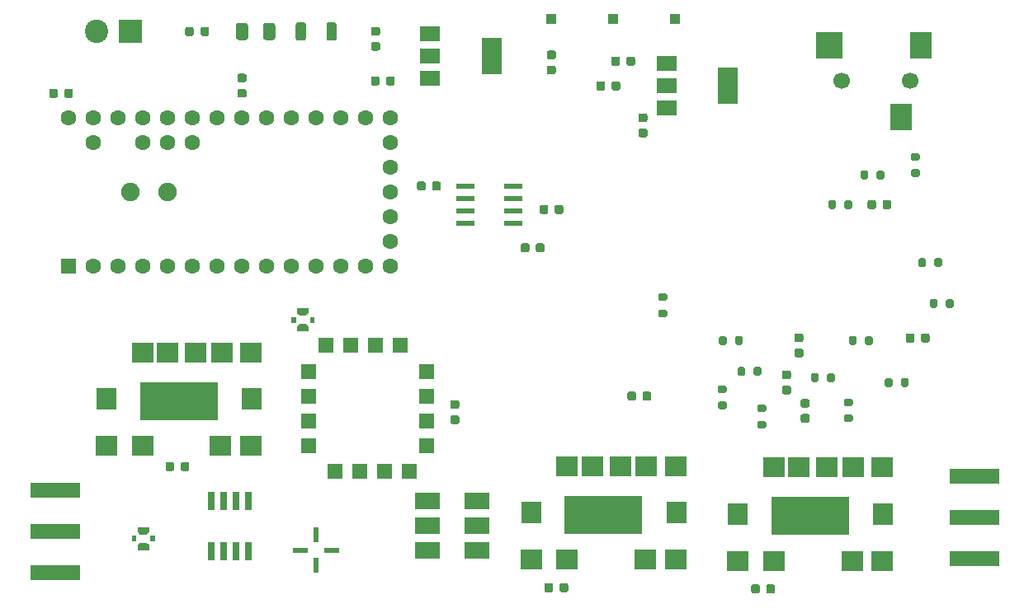
<source format=gbr>
%TF.GenerationSoftware,KiCad,Pcbnew,(5.1.10)-1*%
%TF.CreationDate,2021-08-25T15:37:08-07:00*%
%TF.ProjectId,fmcw,666d6377-2e6b-4696-9361-645f70636258,rev?*%
%TF.SameCoordinates,Original*%
%TF.FileFunction,Soldermask,Top*%
%TF.FilePolarity,Negative*%
%FSLAX46Y46*%
G04 Gerber Fmt 4.6, Leading zero omitted, Abs format (unit mm)*
G04 Created by KiCad (PCBNEW (5.1.10)-1) date 2021-08-25 15:37:08*
%MOMM*%
%LPD*%
G01*
G04 APERTURE LIST*
%ADD10C,0.010000*%
%ADD11R,0.700000X1.850000*%
%ADD12R,2.540000X1.651000*%
%ADD13R,1.520000X1.520000*%
%ADD14R,1.524000X1.524000*%
%ADD15R,8.000000X4.000000*%
%ADD16R,2.000000X2.200000*%
%ADD17R,2.200000X2.000000*%
%ADD18R,5.080000X1.500000*%
%ADD19R,1.000000X1.000000*%
%ADD20R,2.400000X2.400000*%
%ADD21C,2.400000*%
%ADD22R,2.200000X2.800000*%
%ADD23R,2.800000X2.800000*%
%ADD24C,1.700000*%
%ADD25R,2.000000X1.500000*%
%ADD26R,2.000000X3.800000*%
%ADD27C,1.600000*%
%ADD28R,1.600000X1.600000*%
%ADD29C,1.900000*%
%ADD30R,1.900000X0.600000*%
%ADD31R,0.610000X1.550000*%
%ADD32R,1.550000X0.610000*%
G04 APERTURE END LIST*
D10*
%TO.C,TP5*%
G36*
X87510000Y-138180000D02*
G01*
X87510000Y-138680000D01*
X87110000Y-138680000D01*
X87110000Y-138180000D01*
X87510000Y-138180000D01*
G37*
X87510000Y-138180000D02*
X87510000Y-138680000D01*
X87110000Y-138680000D01*
X87110000Y-138180000D01*
X87510000Y-138180000D01*
G36*
X85610000Y-138180000D02*
G01*
X85610000Y-138680000D01*
X85210000Y-138680000D01*
X85210000Y-138180000D01*
X85610000Y-138180000D01*
G37*
X85610000Y-138180000D02*
X85610000Y-138680000D01*
X85210000Y-138680000D01*
X85210000Y-138180000D01*
X85610000Y-138180000D01*
G36*
X85810000Y-139580000D02*
G01*
X86910000Y-139580000D01*
X86910000Y-139110000D01*
X86680000Y-138880000D01*
X86040000Y-138880000D01*
X85810000Y-139110000D01*
X85810000Y-139580000D01*
G37*
X85810000Y-139580000D02*
X86910000Y-139580000D01*
X86910000Y-139110000D01*
X86680000Y-138880000D01*
X86040000Y-138880000D01*
X85810000Y-139110000D01*
X85810000Y-139580000D01*
G36*
X86910000Y-137280000D02*
G01*
X85810000Y-137280000D01*
X85810000Y-137750000D01*
X86040000Y-137980000D01*
X86680000Y-137980000D01*
X86910000Y-137750000D01*
X86910000Y-137280000D01*
G37*
X86910000Y-137280000D02*
X85810000Y-137280000D01*
X85810000Y-137750000D01*
X86040000Y-137980000D01*
X86680000Y-137980000D01*
X86910000Y-137750000D01*
X86910000Y-137280000D01*
%TO.C,TP4*%
G36*
X101593000Y-116201000D02*
G01*
X101593000Y-115701000D01*
X101993000Y-115701000D01*
X101993000Y-116201000D01*
X101593000Y-116201000D01*
G37*
X101593000Y-116201000D02*
X101593000Y-115701000D01*
X101993000Y-115701000D01*
X101993000Y-116201000D01*
X101593000Y-116201000D01*
G36*
X103493000Y-116201000D02*
G01*
X103493000Y-115701000D01*
X103893000Y-115701000D01*
X103893000Y-116201000D01*
X103493000Y-116201000D01*
G37*
X103493000Y-116201000D02*
X103493000Y-115701000D01*
X103893000Y-115701000D01*
X103893000Y-116201000D01*
X103493000Y-116201000D01*
G36*
X103293000Y-114801000D02*
G01*
X102193000Y-114801000D01*
X102193000Y-115271000D01*
X102423000Y-115501000D01*
X103063000Y-115501000D01*
X103293000Y-115271000D01*
X103293000Y-114801000D01*
G37*
X103293000Y-114801000D02*
X102193000Y-114801000D01*
X102193000Y-115271000D01*
X102423000Y-115501000D01*
X103063000Y-115501000D01*
X103293000Y-115271000D01*
X103293000Y-114801000D01*
G36*
X102193000Y-117101000D02*
G01*
X103293000Y-117101000D01*
X103293000Y-116631000D01*
X103063000Y-116401000D01*
X102423000Y-116401000D01*
X102193000Y-116631000D01*
X102193000Y-117101000D01*
G37*
X102193000Y-117101000D02*
X103293000Y-117101000D01*
X103293000Y-116631000D01*
X103063000Y-116401000D01*
X102423000Y-116401000D01*
X102193000Y-116631000D01*
X102193000Y-117101000D01*
%TD*%
D11*
%TO.C,IC1*%
X97155000Y-139760000D03*
X95885000Y-139760000D03*
X94615000Y-139760000D03*
X93345000Y-139760000D03*
X93345000Y-134560000D03*
X94615000Y-134560000D03*
X95885000Y-134560000D03*
X97155000Y-134560000D03*
%TD*%
D12*
%TO.C,MX1*%
X115570000Y-139700000D03*
X115570000Y-137160000D03*
X115570000Y-134620000D03*
X120650000Y-134620000D03*
X120650000Y-137160000D03*
X120650000Y-139700000D03*
%TD*%
D13*
%TO.C,X1*%
X112775000Y-118615000D03*
X107695000Y-118615000D03*
X105155000Y-118615000D03*
X103375000Y-121285000D03*
X103375000Y-123825000D03*
X103375000Y-126365000D03*
D14*
X103375000Y-128905000D03*
D13*
X106045000Y-131575000D03*
X108585000Y-131575000D03*
X111125000Y-131575000D03*
X113665000Y-131575000D03*
D14*
X115455000Y-128905000D03*
D13*
X115455000Y-126365000D03*
X115445000Y-123825000D03*
X115445000Y-121285000D03*
X110235000Y-118615000D03*
%TD*%
D15*
%TO.C,U9*%
X90043000Y-124333000D03*
D16*
X97521920Y-124129280D03*
D17*
X97443000Y-128929280D03*
X94343000Y-128929280D03*
X86343000Y-128929280D03*
X82643000Y-128929280D03*
D16*
X82643000Y-124133000D03*
D17*
X86343000Y-119333000D03*
X88893000Y-119333000D03*
X91793000Y-119333000D03*
X94443000Y-119333000D03*
X97443000Y-119333000D03*
%TD*%
D15*
%TO.C,U7*%
X133604000Y-136017000D03*
D16*
X141082920Y-135813280D03*
D17*
X141004000Y-140613280D03*
X137904000Y-140613280D03*
X129904000Y-140613280D03*
X126204000Y-140613280D03*
D16*
X126204000Y-135817000D03*
D17*
X129904000Y-131017000D03*
X132454000Y-131017000D03*
X135354000Y-131017000D03*
X138004000Y-131017000D03*
X141004000Y-131017000D03*
%TD*%
D15*
%TO.C,U8*%
X154822000Y-136144000D03*
D16*
X162300920Y-135940280D03*
D17*
X162222000Y-140740280D03*
X159122000Y-140740280D03*
X151122000Y-140740280D03*
X147422000Y-140740280D03*
D16*
X147422000Y-135944000D03*
D17*
X151122000Y-131144000D03*
X153672000Y-131144000D03*
X156572000Y-131144000D03*
X159222000Y-131144000D03*
X162222000Y-131144000D03*
%TD*%
D18*
%TO.C,J4*%
X77343000Y-133486000D03*
X77343000Y-141986000D03*
X77343000Y-137736000D03*
%TD*%
%TO.C,FB1*%
G36*
G01*
X103090000Y-85659999D02*
X103090000Y-87060001D01*
G75*
G02*
X102840001Y-87310000I-249999J0D01*
G01*
X102289999Y-87310000D01*
G75*
G02*
X102040000Y-87060001I0J249999D01*
G01*
X102040000Y-85659999D01*
G75*
G02*
X102289999Y-85410000I249999J0D01*
G01*
X102840001Y-85410000D01*
G75*
G02*
X103090000Y-85659999I0J-249999D01*
G01*
G37*
G36*
G01*
X106240000Y-85659999D02*
X106240000Y-87060001D01*
G75*
G02*
X105990001Y-87310000I-249999J0D01*
G01*
X105439999Y-87310000D01*
G75*
G02*
X105190000Y-87060001I0J249999D01*
G01*
X105190000Y-85659999D01*
G75*
G02*
X105439999Y-85410000I249999J0D01*
G01*
X105990001Y-85410000D01*
G75*
G02*
X106240000Y-85659999I0J-249999D01*
G01*
G37*
%TD*%
%TO.C,C20*%
G36*
G01*
X162250000Y-104390000D02*
X162250000Y-103890000D01*
G75*
G02*
X162475000Y-103665000I225000J0D01*
G01*
X162925000Y-103665000D01*
G75*
G02*
X163150000Y-103890000I0J-225000D01*
G01*
X163150000Y-104390000D01*
G75*
G02*
X162925000Y-104615000I-225000J0D01*
G01*
X162475000Y-104615000D01*
G75*
G02*
X162250000Y-104390000I0J225000D01*
G01*
G37*
G36*
G01*
X160700000Y-104390000D02*
X160700000Y-103890000D01*
G75*
G02*
X160925000Y-103665000I225000J0D01*
G01*
X161375000Y-103665000D01*
G75*
G02*
X161600000Y-103890000I0J-225000D01*
G01*
X161600000Y-104390000D01*
G75*
G02*
X161375000Y-104615000I-225000J0D01*
G01*
X160925000Y-104615000D01*
G75*
G02*
X160700000Y-104390000I0J225000D01*
G01*
G37*
%TD*%
%TO.C,C19*%
G36*
G01*
X153420000Y-118943000D02*
X153920000Y-118943000D01*
G75*
G02*
X154145000Y-119168000I0J-225000D01*
G01*
X154145000Y-119618000D01*
G75*
G02*
X153920000Y-119843000I-225000J0D01*
G01*
X153420000Y-119843000D01*
G75*
G02*
X153195000Y-119618000I0J225000D01*
G01*
X153195000Y-119168000D01*
G75*
G02*
X153420000Y-118943000I225000J0D01*
G01*
G37*
G36*
G01*
X153420000Y-117393000D02*
X153920000Y-117393000D01*
G75*
G02*
X154145000Y-117618000I0J-225000D01*
G01*
X154145000Y-118068000D01*
G75*
G02*
X153920000Y-118293000I-225000J0D01*
G01*
X153420000Y-118293000D01*
G75*
G02*
X153195000Y-118068000I0J225000D01*
G01*
X153195000Y-117618000D01*
G75*
G02*
X153420000Y-117393000I225000J0D01*
G01*
G37*
%TD*%
%TO.C,C18*%
G36*
G01*
X118614000Y-125151000D02*
X118114000Y-125151000D01*
G75*
G02*
X117889000Y-124926000I0J225000D01*
G01*
X117889000Y-124476000D01*
G75*
G02*
X118114000Y-124251000I225000J0D01*
G01*
X118614000Y-124251000D01*
G75*
G02*
X118839000Y-124476000I0J-225000D01*
G01*
X118839000Y-124926000D01*
G75*
G02*
X118614000Y-125151000I-225000J0D01*
G01*
G37*
G36*
G01*
X118614000Y-126701000D02*
X118114000Y-126701000D01*
G75*
G02*
X117889000Y-126476000I0J225000D01*
G01*
X117889000Y-126026000D01*
G75*
G02*
X118114000Y-125801000I225000J0D01*
G01*
X118614000Y-125801000D01*
G75*
G02*
X118839000Y-126026000I0J-225000D01*
G01*
X118839000Y-126476000D01*
G75*
G02*
X118614000Y-126701000I-225000J0D01*
G01*
G37*
%TD*%
%TO.C,C17*%
G36*
G01*
X115385000Y-101985000D02*
X115385000Y-102485000D01*
G75*
G02*
X115160000Y-102710000I-225000J0D01*
G01*
X114710000Y-102710000D01*
G75*
G02*
X114485000Y-102485000I0J225000D01*
G01*
X114485000Y-101985000D01*
G75*
G02*
X114710000Y-101760000I225000J0D01*
G01*
X115160000Y-101760000D01*
G75*
G02*
X115385000Y-101985000I0J-225000D01*
G01*
G37*
G36*
G01*
X116935000Y-101985000D02*
X116935000Y-102485000D01*
G75*
G02*
X116710000Y-102710000I-225000J0D01*
G01*
X116260000Y-102710000D01*
G75*
G02*
X116035000Y-102485000I0J225000D01*
G01*
X116035000Y-101985000D01*
G75*
G02*
X116260000Y-101760000I225000J0D01*
G01*
X116710000Y-101760000D01*
G75*
G02*
X116935000Y-101985000I0J-225000D01*
G01*
G37*
%TD*%
%TO.C,C16*%
G36*
G01*
X77640000Y-92460000D02*
X77640000Y-92960000D01*
G75*
G02*
X77415000Y-93185000I-225000J0D01*
G01*
X76965000Y-93185000D01*
G75*
G02*
X76740000Y-92960000I0J225000D01*
G01*
X76740000Y-92460000D01*
G75*
G02*
X76965000Y-92235000I225000J0D01*
G01*
X77415000Y-92235000D01*
G75*
G02*
X77640000Y-92460000I0J-225000D01*
G01*
G37*
G36*
G01*
X79190000Y-92460000D02*
X79190000Y-92960000D01*
G75*
G02*
X78965000Y-93185000I-225000J0D01*
G01*
X78515000Y-93185000D01*
G75*
G02*
X78290000Y-92960000I0J225000D01*
G01*
X78290000Y-92460000D01*
G75*
G02*
X78515000Y-92235000I225000J0D01*
G01*
X78965000Y-92235000D01*
G75*
G02*
X79190000Y-92460000I0J-225000D01*
G01*
G37*
%TD*%
%TO.C,C15*%
G36*
G01*
X135961000Y-89658000D02*
X135961000Y-89158000D01*
G75*
G02*
X136186000Y-88933000I225000J0D01*
G01*
X136636000Y-88933000D01*
G75*
G02*
X136861000Y-89158000I0J-225000D01*
G01*
X136861000Y-89658000D01*
G75*
G02*
X136636000Y-89883000I-225000J0D01*
G01*
X136186000Y-89883000D01*
G75*
G02*
X135961000Y-89658000I0J225000D01*
G01*
G37*
G36*
G01*
X134411000Y-89658000D02*
X134411000Y-89158000D01*
G75*
G02*
X134636000Y-88933000I225000J0D01*
G01*
X135086000Y-88933000D01*
G75*
G02*
X135311000Y-89158000I0J-225000D01*
G01*
X135311000Y-89658000D01*
G75*
G02*
X135086000Y-89883000I-225000J0D01*
G01*
X134636000Y-89883000D01*
G75*
G02*
X134411000Y-89658000I0J225000D01*
G01*
G37*
%TD*%
%TO.C,C14*%
G36*
G01*
X128020000Y-89860000D02*
X128520000Y-89860000D01*
G75*
G02*
X128745000Y-90085000I0J-225000D01*
G01*
X128745000Y-90535000D01*
G75*
G02*
X128520000Y-90760000I-225000J0D01*
G01*
X128020000Y-90760000D01*
G75*
G02*
X127795000Y-90535000I0J225000D01*
G01*
X127795000Y-90085000D01*
G75*
G02*
X128020000Y-89860000I225000J0D01*
G01*
G37*
G36*
G01*
X128020000Y-88310000D02*
X128520000Y-88310000D01*
G75*
G02*
X128745000Y-88535000I0J-225000D01*
G01*
X128745000Y-88985000D01*
G75*
G02*
X128520000Y-89210000I-225000J0D01*
G01*
X128020000Y-89210000D01*
G75*
G02*
X127795000Y-88985000I0J225000D01*
G01*
X127795000Y-88535000D01*
G75*
G02*
X128020000Y-88310000I225000J0D01*
G01*
G37*
%TD*%
D19*
%TO.C,TP3*%
X140970000Y-85090000D03*
%TD*%
%TO.C,TP2*%
X134620000Y-85090000D03*
%TD*%
%TO.C,TP1*%
X128270000Y-85090000D03*
%TD*%
%TO.C,C1*%
G36*
G01*
X137418000Y-94787000D02*
X137918000Y-94787000D01*
G75*
G02*
X138143000Y-95012000I0J-225000D01*
G01*
X138143000Y-95462000D01*
G75*
G02*
X137918000Y-95687000I-225000J0D01*
G01*
X137418000Y-95687000D01*
G75*
G02*
X137193000Y-95462000I0J225000D01*
G01*
X137193000Y-95012000D01*
G75*
G02*
X137418000Y-94787000I225000J0D01*
G01*
G37*
G36*
G01*
X137418000Y-96337000D02*
X137918000Y-96337000D01*
G75*
G02*
X138143000Y-96562000I0J-225000D01*
G01*
X138143000Y-97012000D01*
G75*
G02*
X137918000Y-97237000I-225000J0D01*
G01*
X137418000Y-97237000D01*
G75*
G02*
X137193000Y-97012000I0J225000D01*
G01*
X137193000Y-96562000D01*
G75*
G02*
X137418000Y-96337000I225000J0D01*
G01*
G37*
%TD*%
%TO.C,C2*%
G36*
G01*
X133787000Y-91698000D02*
X133787000Y-92198000D01*
G75*
G02*
X133562000Y-92423000I-225000J0D01*
G01*
X133112000Y-92423000D01*
G75*
G02*
X132887000Y-92198000I0J225000D01*
G01*
X132887000Y-91698000D01*
G75*
G02*
X133112000Y-91473000I225000J0D01*
G01*
X133562000Y-91473000D01*
G75*
G02*
X133787000Y-91698000I0J-225000D01*
G01*
G37*
G36*
G01*
X135337000Y-91698000D02*
X135337000Y-92198000D01*
G75*
G02*
X135112000Y-92423000I-225000J0D01*
G01*
X134662000Y-92423000D01*
G75*
G02*
X134437000Y-92198000I0J225000D01*
G01*
X134437000Y-91698000D01*
G75*
G02*
X134662000Y-91473000I225000J0D01*
G01*
X135112000Y-91473000D01*
G75*
G02*
X135337000Y-91698000I0J-225000D01*
G01*
G37*
%TD*%
%TO.C,C3*%
G36*
G01*
X109986000Y-85884000D02*
X110486000Y-85884000D01*
G75*
G02*
X110711000Y-86109000I0J-225000D01*
G01*
X110711000Y-86559000D01*
G75*
G02*
X110486000Y-86784000I-225000J0D01*
G01*
X109986000Y-86784000D01*
G75*
G02*
X109761000Y-86559000I0J225000D01*
G01*
X109761000Y-86109000D01*
G75*
G02*
X109986000Y-85884000I225000J0D01*
G01*
G37*
G36*
G01*
X109986000Y-87434000D02*
X110486000Y-87434000D01*
G75*
G02*
X110711000Y-87659000I0J-225000D01*
G01*
X110711000Y-88109000D01*
G75*
G02*
X110486000Y-88334000I-225000J0D01*
G01*
X109986000Y-88334000D01*
G75*
G02*
X109761000Y-88109000I0J225000D01*
G01*
X109761000Y-87659000D01*
G75*
G02*
X109986000Y-87434000I225000J0D01*
G01*
G37*
%TD*%
%TO.C,C4*%
G36*
G01*
X110660000Y-91190000D02*
X110660000Y-91690000D01*
G75*
G02*
X110435000Y-91915000I-225000J0D01*
G01*
X109985000Y-91915000D01*
G75*
G02*
X109760000Y-91690000I0J225000D01*
G01*
X109760000Y-91190000D01*
G75*
G02*
X109985000Y-90965000I225000J0D01*
G01*
X110435000Y-90965000D01*
G75*
G02*
X110660000Y-91190000I0J-225000D01*
G01*
G37*
G36*
G01*
X112210000Y-91190000D02*
X112210000Y-91690000D01*
G75*
G02*
X111985000Y-91915000I-225000J0D01*
G01*
X111535000Y-91915000D01*
G75*
G02*
X111310000Y-91690000I0J225000D01*
G01*
X111310000Y-91190000D01*
G75*
G02*
X111535000Y-90965000I225000J0D01*
G01*
X111985000Y-90965000D01*
G75*
G02*
X112210000Y-91190000I0J-225000D01*
G01*
G37*
%TD*%
%TO.C,C5*%
G36*
G01*
X127058000Y-104898000D02*
X127058000Y-104398000D01*
G75*
G02*
X127283000Y-104173000I225000J0D01*
G01*
X127733000Y-104173000D01*
G75*
G02*
X127958000Y-104398000I0J-225000D01*
G01*
X127958000Y-104898000D01*
G75*
G02*
X127733000Y-105123000I-225000J0D01*
G01*
X127283000Y-105123000D01*
G75*
G02*
X127058000Y-104898000I0J225000D01*
G01*
G37*
G36*
G01*
X128608000Y-104898000D02*
X128608000Y-104398000D01*
G75*
G02*
X128833000Y-104173000I225000J0D01*
G01*
X129283000Y-104173000D01*
G75*
G02*
X129508000Y-104398000I0J-225000D01*
G01*
X129508000Y-104898000D01*
G75*
G02*
X129283000Y-105123000I-225000J0D01*
G01*
X128833000Y-105123000D01*
G75*
G02*
X128608000Y-104898000I0J225000D01*
G01*
G37*
%TD*%
%TO.C,C6*%
G36*
G01*
X127553000Y-143760000D02*
X127553000Y-143260000D01*
G75*
G02*
X127778000Y-143035000I225000J0D01*
G01*
X128228000Y-143035000D01*
G75*
G02*
X128453000Y-143260000I0J-225000D01*
G01*
X128453000Y-143760000D01*
G75*
G02*
X128228000Y-143985000I-225000J0D01*
G01*
X127778000Y-143985000D01*
G75*
G02*
X127553000Y-143760000I0J225000D01*
G01*
G37*
G36*
G01*
X129103000Y-143760000D02*
X129103000Y-143260000D01*
G75*
G02*
X129328000Y-143035000I225000J0D01*
G01*
X129778000Y-143035000D01*
G75*
G02*
X130003000Y-143260000I0J-225000D01*
G01*
X130003000Y-143760000D01*
G75*
G02*
X129778000Y-143985000I-225000J0D01*
G01*
X129328000Y-143985000D01*
G75*
G02*
X129103000Y-143760000I0J225000D01*
G01*
G37*
%TD*%
%TO.C,C7*%
G36*
G01*
X136975000Y-123575000D02*
X136975000Y-124075000D01*
G75*
G02*
X136750000Y-124300000I-225000J0D01*
G01*
X136300000Y-124300000D01*
G75*
G02*
X136075000Y-124075000I0J225000D01*
G01*
X136075000Y-123575000D01*
G75*
G02*
X136300000Y-123350000I225000J0D01*
G01*
X136750000Y-123350000D01*
G75*
G02*
X136975000Y-123575000I0J-225000D01*
G01*
G37*
G36*
G01*
X138525000Y-123575000D02*
X138525000Y-124075000D01*
G75*
G02*
X138300000Y-124300000I-225000J0D01*
G01*
X137850000Y-124300000D01*
G75*
G02*
X137625000Y-124075000I0J225000D01*
G01*
X137625000Y-123575000D01*
G75*
G02*
X137850000Y-123350000I225000J0D01*
G01*
X138300000Y-123350000D01*
G75*
G02*
X138525000Y-123575000I0J-225000D01*
G01*
G37*
%TD*%
%TO.C,C8*%
G36*
G01*
X152650000Y-123653000D02*
X152150000Y-123653000D01*
G75*
G02*
X151925000Y-123428000I0J225000D01*
G01*
X151925000Y-122978000D01*
G75*
G02*
X152150000Y-122753000I225000J0D01*
G01*
X152650000Y-122753000D01*
G75*
G02*
X152875000Y-122978000I0J-225000D01*
G01*
X152875000Y-123428000D01*
G75*
G02*
X152650000Y-123653000I-225000J0D01*
G01*
G37*
G36*
G01*
X152650000Y-122103000D02*
X152150000Y-122103000D01*
G75*
G02*
X151925000Y-121878000I0J225000D01*
G01*
X151925000Y-121428000D01*
G75*
G02*
X152150000Y-121203000I225000J0D01*
G01*
X152650000Y-121203000D01*
G75*
G02*
X152875000Y-121428000I0J-225000D01*
G01*
X152875000Y-121878000D01*
G75*
G02*
X152650000Y-122103000I-225000J0D01*
G01*
G37*
%TD*%
%TO.C,C9*%
G36*
G01*
X154055000Y-124111000D02*
X154555000Y-124111000D01*
G75*
G02*
X154780000Y-124336000I0J-225000D01*
G01*
X154780000Y-124786000D01*
G75*
G02*
X154555000Y-125011000I-225000J0D01*
G01*
X154055000Y-125011000D01*
G75*
G02*
X153830000Y-124786000I0J225000D01*
G01*
X153830000Y-124336000D01*
G75*
G02*
X154055000Y-124111000I225000J0D01*
G01*
G37*
G36*
G01*
X154055000Y-125661000D02*
X154555000Y-125661000D01*
G75*
G02*
X154780000Y-125886000I0J-225000D01*
G01*
X154780000Y-126336000D01*
G75*
G02*
X154555000Y-126561000I-225000J0D01*
G01*
X154055000Y-126561000D01*
G75*
G02*
X153830000Y-126336000I0J225000D01*
G01*
X153830000Y-125886000D01*
G75*
G02*
X154055000Y-125661000I225000J0D01*
G01*
G37*
%TD*%
%TO.C,C10*%
G36*
G01*
X164637000Y-118106000D02*
X164637000Y-117606000D01*
G75*
G02*
X164862000Y-117381000I225000J0D01*
G01*
X165312000Y-117381000D01*
G75*
G02*
X165537000Y-117606000I0J-225000D01*
G01*
X165537000Y-118106000D01*
G75*
G02*
X165312000Y-118331000I-225000J0D01*
G01*
X164862000Y-118331000D01*
G75*
G02*
X164637000Y-118106000I0J225000D01*
G01*
G37*
G36*
G01*
X166187000Y-118106000D02*
X166187000Y-117606000D01*
G75*
G02*
X166412000Y-117381000I225000J0D01*
G01*
X166862000Y-117381000D01*
G75*
G02*
X167087000Y-117606000I0J-225000D01*
G01*
X167087000Y-118106000D01*
G75*
G02*
X166862000Y-118331000I-225000J0D01*
G01*
X166412000Y-118331000D01*
G75*
G02*
X166187000Y-118106000I0J225000D01*
G01*
G37*
%TD*%
%TO.C,C11*%
G36*
G01*
X149675000Y-143387000D02*
X149675000Y-143887000D01*
G75*
G02*
X149450000Y-144112000I-225000J0D01*
G01*
X149000000Y-144112000D01*
G75*
G02*
X148775000Y-143887000I0J225000D01*
G01*
X148775000Y-143387000D01*
G75*
G02*
X149000000Y-143162000I225000J0D01*
G01*
X149450000Y-143162000D01*
G75*
G02*
X149675000Y-143387000I0J-225000D01*
G01*
G37*
G36*
G01*
X151225000Y-143387000D02*
X151225000Y-143887000D01*
G75*
G02*
X151000000Y-144112000I-225000J0D01*
G01*
X150550000Y-144112000D01*
G75*
G02*
X150325000Y-143887000I0J225000D01*
G01*
X150325000Y-143387000D01*
G75*
G02*
X150550000Y-143162000I225000J0D01*
G01*
X151000000Y-143162000D01*
G75*
G02*
X151225000Y-143387000I0J-225000D01*
G01*
G37*
%TD*%
%TO.C,C12*%
G36*
G01*
X89578000Y-130814000D02*
X89578000Y-131314000D01*
G75*
G02*
X89353000Y-131539000I-225000J0D01*
G01*
X88903000Y-131539000D01*
G75*
G02*
X88678000Y-131314000I0J225000D01*
G01*
X88678000Y-130814000D01*
G75*
G02*
X88903000Y-130589000I225000J0D01*
G01*
X89353000Y-130589000D01*
G75*
G02*
X89578000Y-130814000I0J-225000D01*
G01*
G37*
G36*
G01*
X91128000Y-130814000D02*
X91128000Y-131314000D01*
G75*
G02*
X90903000Y-131539000I-225000J0D01*
G01*
X90453000Y-131539000D01*
G75*
G02*
X90228000Y-131314000I0J225000D01*
G01*
X90228000Y-130814000D01*
G75*
G02*
X90453000Y-130589000I225000J0D01*
G01*
X90903000Y-130589000D01*
G75*
G02*
X91128000Y-130814000I0J-225000D01*
G01*
G37*
%TD*%
%TO.C,C13*%
G36*
G01*
X126677000Y-108835000D02*
X126677000Y-108335000D01*
G75*
G02*
X126902000Y-108110000I225000J0D01*
G01*
X127352000Y-108110000D01*
G75*
G02*
X127577000Y-108335000I0J-225000D01*
G01*
X127577000Y-108835000D01*
G75*
G02*
X127352000Y-109060000I-225000J0D01*
G01*
X126902000Y-109060000D01*
G75*
G02*
X126677000Y-108835000I0J225000D01*
G01*
G37*
G36*
G01*
X125127000Y-108835000D02*
X125127000Y-108335000D01*
G75*
G02*
X125352000Y-108110000I225000J0D01*
G01*
X125802000Y-108110000D01*
G75*
G02*
X126027000Y-108335000I0J-225000D01*
G01*
X126027000Y-108835000D01*
G75*
G02*
X125802000Y-109060000I-225000J0D01*
G01*
X125352000Y-109060000D01*
G75*
G02*
X125127000Y-108835000I0J225000D01*
G01*
G37*
%TD*%
%TO.C,D1*%
G36*
G01*
X96263750Y-90697500D02*
X96776250Y-90697500D01*
G75*
G02*
X96995000Y-90916250I0J-218750D01*
G01*
X96995000Y-91353750D01*
G75*
G02*
X96776250Y-91572500I-218750J0D01*
G01*
X96263750Y-91572500D01*
G75*
G02*
X96045000Y-91353750I0J218750D01*
G01*
X96045000Y-90916250D01*
G75*
G02*
X96263750Y-90697500I218750J0D01*
G01*
G37*
G36*
G01*
X96263750Y-92272500D02*
X96776250Y-92272500D01*
G75*
G02*
X96995000Y-92491250I0J-218750D01*
G01*
X96995000Y-92928750D01*
G75*
G02*
X96776250Y-93147500I-218750J0D01*
G01*
X96263750Y-93147500D01*
G75*
G02*
X96045000Y-92928750I0J218750D01*
G01*
X96045000Y-92491250D01*
G75*
G02*
X96263750Y-92272500I218750J0D01*
G01*
G37*
%TD*%
%TO.C,D2*%
G36*
G01*
X91572500Y-86103750D02*
X91572500Y-86616250D01*
G75*
G02*
X91353750Y-86835000I-218750J0D01*
G01*
X90916250Y-86835000D01*
G75*
G02*
X90697500Y-86616250I0J218750D01*
G01*
X90697500Y-86103750D01*
G75*
G02*
X90916250Y-85885000I218750J0D01*
G01*
X91353750Y-85885000D01*
G75*
G02*
X91572500Y-86103750I0J-218750D01*
G01*
G37*
G36*
G01*
X93147500Y-86103750D02*
X93147500Y-86616250D01*
G75*
G02*
X92928750Y-86835000I-218750J0D01*
G01*
X92491250Y-86835000D01*
G75*
G02*
X92272500Y-86616250I0J218750D01*
G01*
X92272500Y-86103750D01*
G75*
G02*
X92491250Y-85885000I218750J0D01*
G01*
X92928750Y-85885000D01*
G75*
G02*
X93147500Y-86103750I0J-218750D01*
G01*
G37*
%TD*%
%TO.C,F1*%
G36*
G01*
X95895000Y-86985000D02*
X95895000Y-85735000D01*
G75*
G02*
X96145000Y-85485000I250000J0D01*
G01*
X96895000Y-85485000D01*
G75*
G02*
X97145000Y-85735000I0J-250000D01*
G01*
X97145000Y-86985000D01*
G75*
G02*
X96895000Y-87235000I-250000J0D01*
G01*
X96145000Y-87235000D01*
G75*
G02*
X95895000Y-86985000I0J250000D01*
G01*
G37*
G36*
G01*
X98695000Y-86985000D02*
X98695000Y-85735000D01*
G75*
G02*
X98945000Y-85485000I250000J0D01*
G01*
X99695000Y-85485000D01*
G75*
G02*
X99945000Y-85735000I0J-250000D01*
G01*
X99945000Y-86985000D01*
G75*
G02*
X99695000Y-87235000I-250000J0D01*
G01*
X98945000Y-87235000D01*
G75*
G02*
X98695000Y-86985000I0J250000D01*
G01*
G37*
%TD*%
D20*
%TO.C,J1*%
X85090000Y-86360000D03*
D21*
X81590000Y-86360000D03*
%TD*%
D22*
%TO.C,J3*%
X164160000Y-95140000D03*
X166160000Y-87740000D03*
D23*
X156760000Y-87740000D03*
D24*
X165060000Y-91440000D03*
X158060000Y-91440000D03*
%TD*%
D18*
%TO.C,J5*%
X171704000Y-136271000D03*
X171704000Y-132021000D03*
X171704000Y-140521000D03*
%TD*%
%TO.C,R2*%
G36*
G01*
X139975000Y-115716000D02*
X139425000Y-115716000D01*
G75*
G02*
X139225000Y-115516000I0J200000D01*
G01*
X139225000Y-115116000D01*
G75*
G02*
X139425000Y-114916000I200000J0D01*
G01*
X139975000Y-114916000D01*
G75*
G02*
X140175000Y-115116000I0J-200000D01*
G01*
X140175000Y-115516000D01*
G75*
G02*
X139975000Y-115716000I-200000J0D01*
G01*
G37*
G36*
G01*
X139975000Y-114066000D02*
X139425000Y-114066000D01*
G75*
G02*
X139225000Y-113866000I0J200000D01*
G01*
X139225000Y-113466000D01*
G75*
G02*
X139425000Y-113266000I200000J0D01*
G01*
X139975000Y-113266000D01*
G75*
G02*
X140175000Y-113466000I0J-200000D01*
G01*
X140175000Y-113866000D01*
G75*
G02*
X139975000Y-114066000I-200000J0D01*
G01*
G37*
%TD*%
%TO.C,R3*%
G36*
G01*
X148165000Y-121010000D02*
X148165000Y-121560000D01*
G75*
G02*
X147965000Y-121760000I-200000J0D01*
G01*
X147565000Y-121760000D01*
G75*
G02*
X147365000Y-121560000I0J200000D01*
G01*
X147365000Y-121010000D01*
G75*
G02*
X147565000Y-120810000I200000J0D01*
G01*
X147965000Y-120810000D01*
G75*
G02*
X148165000Y-121010000I0J-200000D01*
G01*
G37*
G36*
G01*
X149815000Y-121010000D02*
X149815000Y-121560000D01*
G75*
G02*
X149615000Y-121760000I-200000J0D01*
G01*
X149215000Y-121760000D01*
G75*
G02*
X149015000Y-121560000I0J200000D01*
G01*
X149015000Y-121010000D01*
G75*
G02*
X149215000Y-120810000I200000J0D01*
G01*
X149615000Y-120810000D01*
G75*
G02*
X149815000Y-121010000I0J-200000D01*
G01*
G37*
%TD*%
%TO.C,R4*%
G36*
G01*
X147910000Y-117835000D02*
X147910000Y-118385000D01*
G75*
G02*
X147710000Y-118585000I-200000J0D01*
G01*
X147310000Y-118585000D01*
G75*
G02*
X147110000Y-118385000I0J200000D01*
G01*
X147110000Y-117835000D01*
G75*
G02*
X147310000Y-117635000I200000J0D01*
G01*
X147710000Y-117635000D01*
G75*
G02*
X147910000Y-117835000I0J-200000D01*
G01*
G37*
G36*
G01*
X146260000Y-117835000D02*
X146260000Y-118385000D01*
G75*
G02*
X146060000Y-118585000I-200000J0D01*
G01*
X145660000Y-118585000D01*
G75*
G02*
X145460000Y-118385000I0J200000D01*
G01*
X145460000Y-117835000D01*
G75*
G02*
X145660000Y-117635000I200000J0D01*
G01*
X146060000Y-117635000D01*
G75*
G02*
X146260000Y-117835000I0J-200000D01*
G01*
G37*
%TD*%
%TO.C,R5*%
G36*
G01*
X146071000Y-123527000D02*
X145521000Y-123527000D01*
G75*
G02*
X145321000Y-123327000I0J200000D01*
G01*
X145321000Y-122927000D01*
G75*
G02*
X145521000Y-122727000I200000J0D01*
G01*
X146071000Y-122727000D01*
G75*
G02*
X146271000Y-122927000I0J-200000D01*
G01*
X146271000Y-123327000D01*
G75*
G02*
X146071000Y-123527000I-200000J0D01*
G01*
G37*
G36*
G01*
X146071000Y-125177000D02*
X145521000Y-125177000D01*
G75*
G02*
X145321000Y-124977000I0J200000D01*
G01*
X145321000Y-124577000D01*
G75*
G02*
X145521000Y-124377000I200000J0D01*
G01*
X146071000Y-124377000D01*
G75*
G02*
X146271000Y-124577000I0J-200000D01*
G01*
X146271000Y-124977000D01*
G75*
G02*
X146071000Y-125177000I-200000J0D01*
G01*
G37*
%TD*%
%TO.C,R6*%
G36*
G01*
X149585000Y-126345000D02*
X150135000Y-126345000D01*
G75*
G02*
X150335000Y-126545000I0J-200000D01*
G01*
X150335000Y-126945000D01*
G75*
G02*
X150135000Y-127145000I-200000J0D01*
G01*
X149585000Y-127145000D01*
G75*
G02*
X149385000Y-126945000I0J200000D01*
G01*
X149385000Y-126545000D01*
G75*
G02*
X149585000Y-126345000I200000J0D01*
G01*
G37*
G36*
G01*
X149585000Y-124695000D02*
X150135000Y-124695000D01*
G75*
G02*
X150335000Y-124895000I0J-200000D01*
G01*
X150335000Y-125295000D01*
G75*
G02*
X150135000Y-125495000I-200000J0D01*
G01*
X149585000Y-125495000D01*
G75*
G02*
X149385000Y-125295000I0J200000D01*
G01*
X149385000Y-124895000D01*
G75*
G02*
X149585000Y-124695000I200000J0D01*
G01*
G37*
%TD*%
%TO.C,R7*%
G36*
G01*
X157372000Y-121645000D02*
X157372000Y-122195000D01*
G75*
G02*
X157172000Y-122395000I-200000J0D01*
G01*
X156772000Y-122395000D01*
G75*
G02*
X156572000Y-122195000I0J200000D01*
G01*
X156572000Y-121645000D01*
G75*
G02*
X156772000Y-121445000I200000J0D01*
G01*
X157172000Y-121445000D01*
G75*
G02*
X157372000Y-121645000I0J-200000D01*
G01*
G37*
G36*
G01*
X155722000Y-121645000D02*
X155722000Y-122195000D01*
G75*
G02*
X155522000Y-122395000I-200000J0D01*
G01*
X155122000Y-122395000D01*
G75*
G02*
X154922000Y-122195000I0J200000D01*
G01*
X154922000Y-121645000D01*
G75*
G02*
X155122000Y-121445000I200000J0D01*
G01*
X155522000Y-121445000D01*
G75*
G02*
X155722000Y-121645000I0J-200000D01*
G01*
G37*
%TD*%
%TO.C,R8*%
G36*
G01*
X159025000Y-126511000D02*
X158475000Y-126511000D01*
G75*
G02*
X158275000Y-126311000I0J200000D01*
G01*
X158275000Y-125911000D01*
G75*
G02*
X158475000Y-125711000I200000J0D01*
G01*
X159025000Y-125711000D01*
G75*
G02*
X159225000Y-125911000I0J-200000D01*
G01*
X159225000Y-126311000D01*
G75*
G02*
X159025000Y-126511000I-200000J0D01*
G01*
G37*
G36*
G01*
X159025000Y-124861000D02*
X158475000Y-124861000D01*
G75*
G02*
X158275000Y-124661000I0J200000D01*
G01*
X158275000Y-124261000D01*
G75*
G02*
X158475000Y-124061000I200000J0D01*
G01*
X159025000Y-124061000D01*
G75*
G02*
X159225000Y-124261000I0J-200000D01*
G01*
X159225000Y-124661000D01*
G75*
G02*
X159025000Y-124861000I-200000J0D01*
G01*
G37*
%TD*%
%TO.C,R9*%
G36*
G01*
X160445000Y-118385000D02*
X160445000Y-117835000D01*
G75*
G02*
X160645000Y-117635000I200000J0D01*
G01*
X161045000Y-117635000D01*
G75*
G02*
X161245000Y-117835000I0J-200000D01*
G01*
X161245000Y-118385000D01*
G75*
G02*
X161045000Y-118585000I-200000J0D01*
G01*
X160645000Y-118585000D01*
G75*
G02*
X160445000Y-118385000I0J200000D01*
G01*
G37*
G36*
G01*
X158795000Y-118385000D02*
X158795000Y-117835000D01*
G75*
G02*
X158995000Y-117635000I200000J0D01*
G01*
X159395000Y-117635000D01*
G75*
G02*
X159595000Y-117835000I0J-200000D01*
G01*
X159595000Y-118385000D01*
G75*
G02*
X159395000Y-118585000I-200000J0D01*
G01*
X158995000Y-118585000D01*
G75*
G02*
X158795000Y-118385000I0J200000D01*
G01*
G37*
%TD*%
%TO.C,R10*%
G36*
G01*
X163278000Y-122153000D02*
X163278000Y-122703000D01*
G75*
G02*
X163078000Y-122903000I-200000J0D01*
G01*
X162678000Y-122903000D01*
G75*
G02*
X162478000Y-122703000I0J200000D01*
G01*
X162478000Y-122153000D01*
G75*
G02*
X162678000Y-121953000I200000J0D01*
G01*
X163078000Y-121953000D01*
G75*
G02*
X163278000Y-122153000I0J-200000D01*
G01*
G37*
G36*
G01*
X164928000Y-122153000D02*
X164928000Y-122703000D01*
G75*
G02*
X164728000Y-122903000I-200000J0D01*
G01*
X164328000Y-122903000D01*
G75*
G02*
X164128000Y-122703000I0J200000D01*
G01*
X164128000Y-122153000D01*
G75*
G02*
X164328000Y-121953000I200000J0D01*
G01*
X164728000Y-121953000D01*
G75*
G02*
X164928000Y-122153000I0J-200000D01*
G01*
G37*
%TD*%
%TO.C,R11*%
G36*
G01*
X167914000Y-114025000D02*
X167914000Y-114575000D01*
G75*
G02*
X167714000Y-114775000I-200000J0D01*
G01*
X167314000Y-114775000D01*
G75*
G02*
X167114000Y-114575000I0J200000D01*
G01*
X167114000Y-114025000D01*
G75*
G02*
X167314000Y-113825000I200000J0D01*
G01*
X167714000Y-113825000D01*
G75*
G02*
X167914000Y-114025000I0J-200000D01*
G01*
G37*
G36*
G01*
X169564000Y-114025000D02*
X169564000Y-114575000D01*
G75*
G02*
X169364000Y-114775000I-200000J0D01*
G01*
X168964000Y-114775000D01*
G75*
G02*
X168764000Y-114575000I0J200000D01*
G01*
X168764000Y-114025000D01*
G75*
G02*
X168964000Y-113825000I200000J0D01*
G01*
X169364000Y-113825000D01*
G75*
G02*
X169564000Y-114025000I0J-200000D01*
G01*
G37*
%TD*%
%TO.C,R12*%
G36*
G01*
X165907000Y-110384000D02*
X165907000Y-109834000D01*
G75*
G02*
X166107000Y-109634000I200000J0D01*
G01*
X166507000Y-109634000D01*
G75*
G02*
X166707000Y-109834000I0J-200000D01*
G01*
X166707000Y-110384000D01*
G75*
G02*
X166507000Y-110584000I-200000J0D01*
G01*
X166107000Y-110584000D01*
G75*
G02*
X165907000Y-110384000I0J200000D01*
G01*
G37*
G36*
G01*
X167557000Y-110384000D02*
X167557000Y-109834000D01*
G75*
G02*
X167757000Y-109634000I200000J0D01*
G01*
X168157000Y-109634000D01*
G75*
G02*
X168357000Y-109834000I0J-200000D01*
G01*
X168357000Y-110384000D01*
G75*
G02*
X168157000Y-110584000I-200000J0D01*
G01*
X167757000Y-110584000D01*
G75*
G02*
X167557000Y-110384000I0J200000D01*
G01*
G37*
%TD*%
%TO.C,R13*%
G36*
G01*
X156700000Y-104415000D02*
X156700000Y-103865000D01*
G75*
G02*
X156900000Y-103665000I200000J0D01*
G01*
X157300000Y-103665000D01*
G75*
G02*
X157500000Y-103865000I0J-200000D01*
G01*
X157500000Y-104415000D01*
G75*
G02*
X157300000Y-104615000I-200000J0D01*
G01*
X156900000Y-104615000D01*
G75*
G02*
X156700000Y-104415000I0J200000D01*
G01*
G37*
G36*
G01*
X158350000Y-104415000D02*
X158350000Y-103865000D01*
G75*
G02*
X158550000Y-103665000I200000J0D01*
G01*
X158950000Y-103665000D01*
G75*
G02*
X159150000Y-103865000I0J-200000D01*
G01*
X159150000Y-104415000D01*
G75*
G02*
X158950000Y-104615000I-200000J0D01*
G01*
X158550000Y-104615000D01*
G75*
G02*
X158350000Y-104415000I0J200000D01*
G01*
G37*
%TD*%
%TO.C,R14*%
G36*
G01*
X161652000Y-101367000D02*
X161652000Y-100817000D01*
G75*
G02*
X161852000Y-100617000I200000J0D01*
G01*
X162252000Y-100617000D01*
G75*
G02*
X162452000Y-100817000I0J-200000D01*
G01*
X162452000Y-101367000D01*
G75*
G02*
X162252000Y-101567000I-200000J0D01*
G01*
X161852000Y-101567000D01*
G75*
G02*
X161652000Y-101367000I0J200000D01*
G01*
G37*
G36*
G01*
X160002000Y-101367000D02*
X160002000Y-100817000D01*
G75*
G02*
X160202000Y-100617000I200000J0D01*
G01*
X160602000Y-100617000D01*
G75*
G02*
X160802000Y-100817000I0J-200000D01*
G01*
X160802000Y-101367000D01*
G75*
G02*
X160602000Y-101567000I-200000J0D01*
G01*
X160202000Y-101567000D01*
G75*
G02*
X160002000Y-101367000I0J200000D01*
G01*
G37*
%TD*%
%TO.C,R15*%
G36*
G01*
X165883000Y-101301000D02*
X165333000Y-101301000D01*
G75*
G02*
X165133000Y-101101000I0J200000D01*
G01*
X165133000Y-100701000D01*
G75*
G02*
X165333000Y-100501000I200000J0D01*
G01*
X165883000Y-100501000D01*
G75*
G02*
X166083000Y-100701000I0J-200000D01*
G01*
X166083000Y-101101000D01*
G75*
G02*
X165883000Y-101301000I-200000J0D01*
G01*
G37*
G36*
G01*
X165883000Y-99651000D02*
X165333000Y-99651000D01*
G75*
G02*
X165133000Y-99451000I0J200000D01*
G01*
X165133000Y-99051000D01*
G75*
G02*
X165333000Y-98851000I200000J0D01*
G01*
X165883000Y-98851000D01*
G75*
G02*
X166083000Y-99051000I0J-200000D01*
G01*
X166083000Y-99451000D01*
G75*
G02*
X165883000Y-99651000I-200000J0D01*
G01*
G37*
%TD*%
D25*
%TO.C,U1*%
X140106000Y-89648000D03*
X140106000Y-94248000D03*
X140106000Y-91948000D03*
D26*
X146406000Y-91948000D03*
%TD*%
%TO.C,U2*%
X122124000Y-88900000D03*
D25*
X115824000Y-88900000D03*
X115824000Y-91200000D03*
X115824000Y-86600000D03*
%TD*%
D27*
%TO.C,U3*%
X111760000Y-102870000D03*
X111760000Y-100330000D03*
X111760000Y-97790000D03*
X111760000Y-95250000D03*
X111760000Y-105410000D03*
X111760000Y-107950000D03*
X111760000Y-110490000D03*
X109220000Y-95250000D03*
X106680000Y-95250000D03*
X104140000Y-95250000D03*
X101600000Y-95250000D03*
X99060000Y-95250000D03*
X96520000Y-95250000D03*
X93980000Y-95250000D03*
X91440000Y-95250000D03*
X88900000Y-95250000D03*
X86360000Y-95250000D03*
X83820000Y-95250000D03*
X81280000Y-95250000D03*
X78740000Y-95250000D03*
X81280000Y-97790000D03*
X86360000Y-97790000D03*
X88900000Y-97790000D03*
X91440000Y-97790000D03*
X109220000Y-110490000D03*
X106680000Y-110490000D03*
X104140000Y-110490000D03*
X101600000Y-110490000D03*
X99060000Y-110490000D03*
X96520000Y-110490000D03*
X93980000Y-110490000D03*
X91440000Y-110490000D03*
X88900000Y-110490000D03*
X86360000Y-110490000D03*
X83820000Y-110490000D03*
X81280000Y-110490000D03*
D28*
X78740000Y-110490000D03*
D29*
X88900000Y-102870000D03*
X85090000Y-102870000D03*
%TD*%
D30*
%TO.C,U4*%
X124375000Y-102235000D03*
X124375000Y-103505000D03*
X124375000Y-104775000D03*
X124375000Y-106045000D03*
X119465000Y-106045000D03*
X119465000Y-104775000D03*
X119465000Y-103505000D03*
X119465000Y-102235000D03*
%TD*%
D31*
%TO.C,U6*%
X104140000Y-141224000D03*
D32*
X105730000Y-139674000D03*
D31*
X104140000Y-138089000D03*
D32*
X102550000Y-139674000D03*
%TD*%
M02*

</source>
